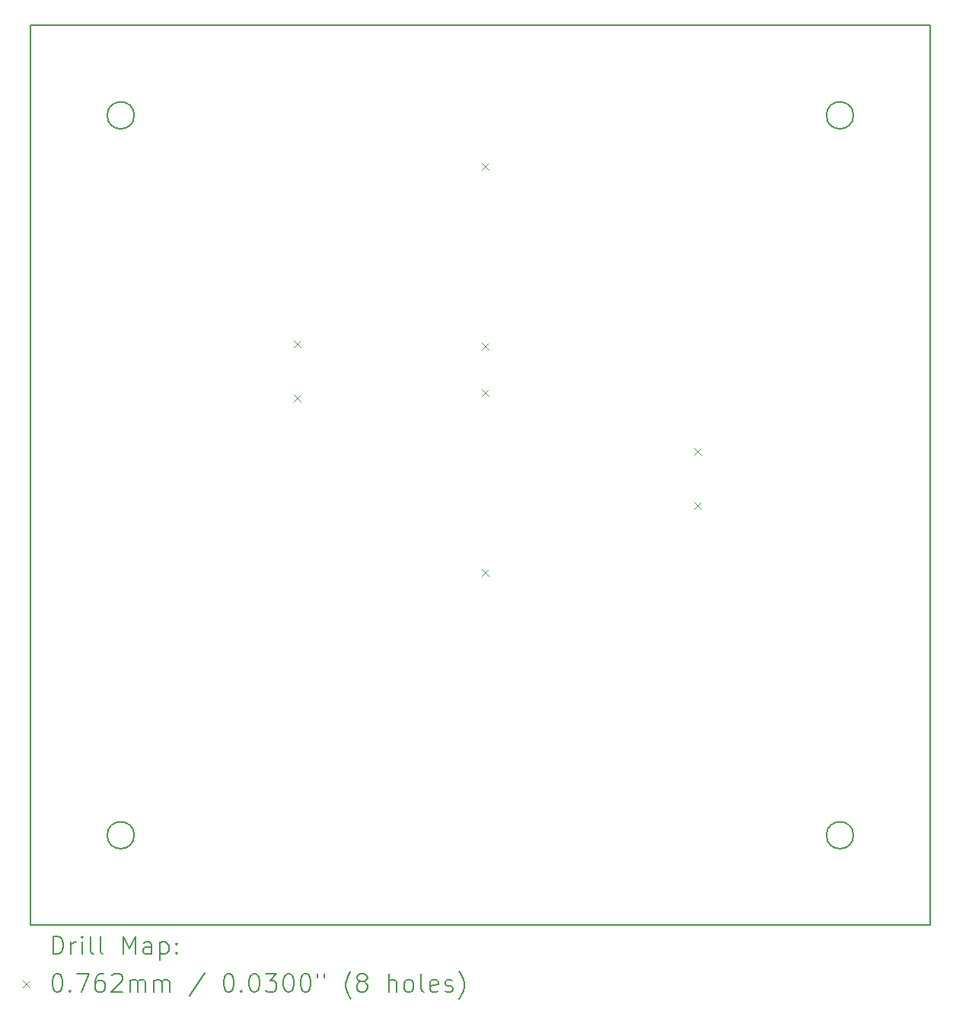
<source format=gbr>
%TF.GenerationSoftware,KiCad,Pcbnew,(6.0.7)*%
%TF.CreationDate,2022-09-05T15:32:22+08:00*%
%TF.ProjectId,6_1_2,365f315f-322e-46b6-9963-61645f706362,rev?*%
%TF.SameCoordinates,Original*%
%TF.FileFunction,Drillmap*%
%TF.FilePolarity,Positive*%
%FSLAX45Y45*%
G04 Gerber Fmt 4.5, Leading zero omitted, Abs format (unit mm)*
G04 Created by KiCad (PCBNEW (6.0.7)) date 2022-09-05 15:32:22*
%MOMM*%
%LPD*%
G01*
G04 APERTURE LIST*
%ADD10C,0.200000*%
%ADD11C,0.076200*%
G04 APERTURE END LIST*
D10*
X3150000Y-3000000D02*
G75*
G03*
X3150000Y-3000000I-150000J0D01*
G01*
X2000000Y-2000000D02*
X12000000Y-2000000D01*
X12000000Y-2000000D02*
X12000000Y-12000000D01*
X12000000Y-12000000D02*
X2000000Y-12000000D01*
X2000000Y-12000000D02*
X2000000Y-2000000D01*
X3150000Y-11000000D02*
G75*
G03*
X3150000Y-11000000I-150000J0D01*
G01*
X11150000Y-3000000D02*
G75*
G03*
X11150000Y-3000000I-150000J0D01*
G01*
X11150000Y-11000000D02*
G75*
G03*
X11150000Y-11000000I-150000J0D01*
G01*
D11*
X4925060Y-5501360D02*
X5001260Y-5577560D01*
X5001260Y-5501360D02*
X4925060Y-5577560D01*
X4925060Y-6101360D02*
X5001260Y-6177560D01*
X5001260Y-6101360D02*
X4925060Y-6177560D01*
X7012940Y-6043420D02*
X7089140Y-6119620D01*
X7089140Y-6043420D02*
X7012940Y-6119620D01*
X7012940Y-8043420D02*
X7089140Y-8119620D01*
X7089140Y-8043420D02*
X7012940Y-8119620D01*
X7015480Y-3526280D02*
X7091680Y-3602480D01*
X7091680Y-3526280D02*
X7015480Y-3602480D01*
X7015480Y-5526280D02*
X7091680Y-5602480D01*
X7091680Y-5526280D02*
X7015480Y-5602480D01*
X9382760Y-6697700D02*
X9458960Y-6773900D01*
X9458960Y-6697700D02*
X9382760Y-6773900D01*
X9382760Y-7297700D02*
X9458960Y-7373900D01*
X9458960Y-7297700D02*
X9382760Y-7373900D01*
D10*
X2247619Y-12320476D02*
X2247619Y-12120476D01*
X2295238Y-12120476D01*
X2323810Y-12130000D01*
X2342857Y-12149048D01*
X2352381Y-12168095D01*
X2361905Y-12206190D01*
X2361905Y-12234762D01*
X2352381Y-12272857D01*
X2342857Y-12291905D01*
X2323810Y-12310952D01*
X2295238Y-12320476D01*
X2247619Y-12320476D01*
X2447619Y-12320476D02*
X2447619Y-12187143D01*
X2447619Y-12225238D02*
X2457143Y-12206190D01*
X2466667Y-12196667D01*
X2485714Y-12187143D01*
X2504762Y-12187143D01*
X2571429Y-12320476D02*
X2571429Y-12187143D01*
X2571429Y-12120476D02*
X2561905Y-12130000D01*
X2571429Y-12139524D01*
X2580952Y-12130000D01*
X2571429Y-12120476D01*
X2571429Y-12139524D01*
X2695238Y-12320476D02*
X2676190Y-12310952D01*
X2666667Y-12291905D01*
X2666667Y-12120476D01*
X2800000Y-12320476D02*
X2780952Y-12310952D01*
X2771429Y-12291905D01*
X2771429Y-12120476D01*
X3028571Y-12320476D02*
X3028571Y-12120476D01*
X3095238Y-12263333D01*
X3161905Y-12120476D01*
X3161905Y-12320476D01*
X3342857Y-12320476D02*
X3342857Y-12215714D01*
X3333333Y-12196667D01*
X3314286Y-12187143D01*
X3276190Y-12187143D01*
X3257143Y-12196667D01*
X3342857Y-12310952D02*
X3323809Y-12320476D01*
X3276190Y-12320476D01*
X3257143Y-12310952D01*
X3247619Y-12291905D01*
X3247619Y-12272857D01*
X3257143Y-12253809D01*
X3276190Y-12244286D01*
X3323809Y-12244286D01*
X3342857Y-12234762D01*
X3438095Y-12187143D02*
X3438095Y-12387143D01*
X3438095Y-12196667D02*
X3457143Y-12187143D01*
X3495238Y-12187143D01*
X3514286Y-12196667D01*
X3523809Y-12206190D01*
X3533333Y-12225238D01*
X3533333Y-12282381D01*
X3523809Y-12301428D01*
X3514286Y-12310952D01*
X3495238Y-12320476D01*
X3457143Y-12320476D01*
X3438095Y-12310952D01*
X3619048Y-12301428D02*
X3628571Y-12310952D01*
X3619048Y-12320476D01*
X3609524Y-12310952D01*
X3619048Y-12301428D01*
X3619048Y-12320476D01*
X3619048Y-12196667D02*
X3628571Y-12206190D01*
X3619048Y-12215714D01*
X3609524Y-12206190D01*
X3619048Y-12196667D01*
X3619048Y-12215714D01*
D11*
X1913800Y-12611900D02*
X1990000Y-12688100D01*
X1990000Y-12611900D02*
X1913800Y-12688100D01*
D10*
X2285714Y-12540476D02*
X2304762Y-12540476D01*
X2323810Y-12550000D01*
X2333333Y-12559524D01*
X2342857Y-12578571D01*
X2352381Y-12616667D01*
X2352381Y-12664286D01*
X2342857Y-12702381D01*
X2333333Y-12721428D01*
X2323810Y-12730952D01*
X2304762Y-12740476D01*
X2285714Y-12740476D01*
X2266667Y-12730952D01*
X2257143Y-12721428D01*
X2247619Y-12702381D01*
X2238095Y-12664286D01*
X2238095Y-12616667D01*
X2247619Y-12578571D01*
X2257143Y-12559524D01*
X2266667Y-12550000D01*
X2285714Y-12540476D01*
X2438095Y-12721428D02*
X2447619Y-12730952D01*
X2438095Y-12740476D01*
X2428571Y-12730952D01*
X2438095Y-12721428D01*
X2438095Y-12740476D01*
X2514286Y-12540476D02*
X2647619Y-12540476D01*
X2561905Y-12740476D01*
X2809524Y-12540476D02*
X2771429Y-12540476D01*
X2752381Y-12550000D01*
X2742857Y-12559524D01*
X2723810Y-12588095D01*
X2714286Y-12626190D01*
X2714286Y-12702381D01*
X2723810Y-12721428D01*
X2733333Y-12730952D01*
X2752381Y-12740476D01*
X2790476Y-12740476D01*
X2809524Y-12730952D01*
X2819048Y-12721428D01*
X2828571Y-12702381D01*
X2828571Y-12654762D01*
X2819048Y-12635714D01*
X2809524Y-12626190D01*
X2790476Y-12616667D01*
X2752381Y-12616667D01*
X2733333Y-12626190D01*
X2723810Y-12635714D01*
X2714286Y-12654762D01*
X2904762Y-12559524D02*
X2914286Y-12550000D01*
X2933333Y-12540476D01*
X2980952Y-12540476D01*
X3000000Y-12550000D01*
X3009524Y-12559524D01*
X3019048Y-12578571D01*
X3019048Y-12597619D01*
X3009524Y-12626190D01*
X2895238Y-12740476D01*
X3019048Y-12740476D01*
X3104762Y-12740476D02*
X3104762Y-12607143D01*
X3104762Y-12626190D02*
X3114286Y-12616667D01*
X3133333Y-12607143D01*
X3161905Y-12607143D01*
X3180952Y-12616667D01*
X3190476Y-12635714D01*
X3190476Y-12740476D01*
X3190476Y-12635714D02*
X3200000Y-12616667D01*
X3219048Y-12607143D01*
X3247619Y-12607143D01*
X3266667Y-12616667D01*
X3276190Y-12635714D01*
X3276190Y-12740476D01*
X3371428Y-12740476D02*
X3371428Y-12607143D01*
X3371428Y-12626190D02*
X3380952Y-12616667D01*
X3400000Y-12607143D01*
X3428571Y-12607143D01*
X3447619Y-12616667D01*
X3457143Y-12635714D01*
X3457143Y-12740476D01*
X3457143Y-12635714D02*
X3466667Y-12616667D01*
X3485714Y-12607143D01*
X3514286Y-12607143D01*
X3533333Y-12616667D01*
X3542857Y-12635714D01*
X3542857Y-12740476D01*
X3933333Y-12530952D02*
X3761905Y-12788095D01*
X4190476Y-12540476D02*
X4209524Y-12540476D01*
X4228571Y-12550000D01*
X4238095Y-12559524D01*
X4247619Y-12578571D01*
X4257143Y-12616667D01*
X4257143Y-12664286D01*
X4247619Y-12702381D01*
X4238095Y-12721428D01*
X4228571Y-12730952D01*
X4209524Y-12740476D01*
X4190476Y-12740476D01*
X4171428Y-12730952D01*
X4161905Y-12721428D01*
X4152381Y-12702381D01*
X4142857Y-12664286D01*
X4142857Y-12616667D01*
X4152381Y-12578571D01*
X4161905Y-12559524D01*
X4171428Y-12550000D01*
X4190476Y-12540476D01*
X4342857Y-12721428D02*
X4352381Y-12730952D01*
X4342857Y-12740476D01*
X4333333Y-12730952D01*
X4342857Y-12721428D01*
X4342857Y-12740476D01*
X4476190Y-12540476D02*
X4495238Y-12540476D01*
X4514286Y-12550000D01*
X4523810Y-12559524D01*
X4533333Y-12578571D01*
X4542857Y-12616667D01*
X4542857Y-12664286D01*
X4533333Y-12702381D01*
X4523810Y-12721428D01*
X4514286Y-12730952D01*
X4495238Y-12740476D01*
X4476190Y-12740476D01*
X4457143Y-12730952D01*
X4447619Y-12721428D01*
X4438095Y-12702381D01*
X4428571Y-12664286D01*
X4428571Y-12616667D01*
X4438095Y-12578571D01*
X4447619Y-12559524D01*
X4457143Y-12550000D01*
X4476190Y-12540476D01*
X4609524Y-12540476D02*
X4733333Y-12540476D01*
X4666667Y-12616667D01*
X4695238Y-12616667D01*
X4714286Y-12626190D01*
X4723810Y-12635714D01*
X4733333Y-12654762D01*
X4733333Y-12702381D01*
X4723810Y-12721428D01*
X4714286Y-12730952D01*
X4695238Y-12740476D01*
X4638095Y-12740476D01*
X4619048Y-12730952D01*
X4609524Y-12721428D01*
X4857143Y-12540476D02*
X4876190Y-12540476D01*
X4895238Y-12550000D01*
X4904762Y-12559524D01*
X4914286Y-12578571D01*
X4923810Y-12616667D01*
X4923810Y-12664286D01*
X4914286Y-12702381D01*
X4904762Y-12721428D01*
X4895238Y-12730952D01*
X4876190Y-12740476D01*
X4857143Y-12740476D01*
X4838095Y-12730952D01*
X4828571Y-12721428D01*
X4819048Y-12702381D01*
X4809524Y-12664286D01*
X4809524Y-12616667D01*
X4819048Y-12578571D01*
X4828571Y-12559524D01*
X4838095Y-12550000D01*
X4857143Y-12540476D01*
X5047619Y-12540476D02*
X5066667Y-12540476D01*
X5085714Y-12550000D01*
X5095238Y-12559524D01*
X5104762Y-12578571D01*
X5114286Y-12616667D01*
X5114286Y-12664286D01*
X5104762Y-12702381D01*
X5095238Y-12721428D01*
X5085714Y-12730952D01*
X5066667Y-12740476D01*
X5047619Y-12740476D01*
X5028571Y-12730952D01*
X5019048Y-12721428D01*
X5009524Y-12702381D01*
X5000000Y-12664286D01*
X5000000Y-12616667D01*
X5009524Y-12578571D01*
X5019048Y-12559524D01*
X5028571Y-12550000D01*
X5047619Y-12540476D01*
X5190476Y-12540476D02*
X5190476Y-12578571D01*
X5266667Y-12540476D02*
X5266667Y-12578571D01*
X5561905Y-12816667D02*
X5552381Y-12807143D01*
X5533333Y-12778571D01*
X5523810Y-12759524D01*
X5514286Y-12730952D01*
X5504762Y-12683333D01*
X5504762Y-12645238D01*
X5514286Y-12597619D01*
X5523810Y-12569048D01*
X5533333Y-12550000D01*
X5552381Y-12521428D01*
X5561905Y-12511905D01*
X5666667Y-12626190D02*
X5647619Y-12616667D01*
X5638095Y-12607143D01*
X5628571Y-12588095D01*
X5628571Y-12578571D01*
X5638095Y-12559524D01*
X5647619Y-12550000D01*
X5666667Y-12540476D01*
X5704762Y-12540476D01*
X5723809Y-12550000D01*
X5733333Y-12559524D01*
X5742857Y-12578571D01*
X5742857Y-12588095D01*
X5733333Y-12607143D01*
X5723809Y-12616667D01*
X5704762Y-12626190D01*
X5666667Y-12626190D01*
X5647619Y-12635714D01*
X5638095Y-12645238D01*
X5628571Y-12664286D01*
X5628571Y-12702381D01*
X5638095Y-12721428D01*
X5647619Y-12730952D01*
X5666667Y-12740476D01*
X5704762Y-12740476D01*
X5723809Y-12730952D01*
X5733333Y-12721428D01*
X5742857Y-12702381D01*
X5742857Y-12664286D01*
X5733333Y-12645238D01*
X5723809Y-12635714D01*
X5704762Y-12626190D01*
X5980952Y-12740476D02*
X5980952Y-12540476D01*
X6066667Y-12740476D02*
X6066667Y-12635714D01*
X6057143Y-12616667D01*
X6038095Y-12607143D01*
X6009524Y-12607143D01*
X5990476Y-12616667D01*
X5980952Y-12626190D01*
X6190476Y-12740476D02*
X6171428Y-12730952D01*
X6161905Y-12721428D01*
X6152381Y-12702381D01*
X6152381Y-12645238D01*
X6161905Y-12626190D01*
X6171428Y-12616667D01*
X6190476Y-12607143D01*
X6219048Y-12607143D01*
X6238095Y-12616667D01*
X6247619Y-12626190D01*
X6257143Y-12645238D01*
X6257143Y-12702381D01*
X6247619Y-12721428D01*
X6238095Y-12730952D01*
X6219048Y-12740476D01*
X6190476Y-12740476D01*
X6371428Y-12740476D02*
X6352381Y-12730952D01*
X6342857Y-12711905D01*
X6342857Y-12540476D01*
X6523809Y-12730952D02*
X6504762Y-12740476D01*
X6466667Y-12740476D01*
X6447619Y-12730952D01*
X6438095Y-12711905D01*
X6438095Y-12635714D01*
X6447619Y-12616667D01*
X6466667Y-12607143D01*
X6504762Y-12607143D01*
X6523809Y-12616667D01*
X6533333Y-12635714D01*
X6533333Y-12654762D01*
X6438095Y-12673809D01*
X6609524Y-12730952D02*
X6628571Y-12740476D01*
X6666667Y-12740476D01*
X6685714Y-12730952D01*
X6695238Y-12711905D01*
X6695238Y-12702381D01*
X6685714Y-12683333D01*
X6666667Y-12673809D01*
X6638095Y-12673809D01*
X6619048Y-12664286D01*
X6609524Y-12645238D01*
X6609524Y-12635714D01*
X6619048Y-12616667D01*
X6638095Y-12607143D01*
X6666667Y-12607143D01*
X6685714Y-12616667D01*
X6761905Y-12816667D02*
X6771428Y-12807143D01*
X6790476Y-12778571D01*
X6800000Y-12759524D01*
X6809524Y-12730952D01*
X6819048Y-12683333D01*
X6819048Y-12645238D01*
X6809524Y-12597619D01*
X6800000Y-12569048D01*
X6790476Y-12550000D01*
X6771428Y-12521428D01*
X6761905Y-12511905D01*
M02*

</source>
